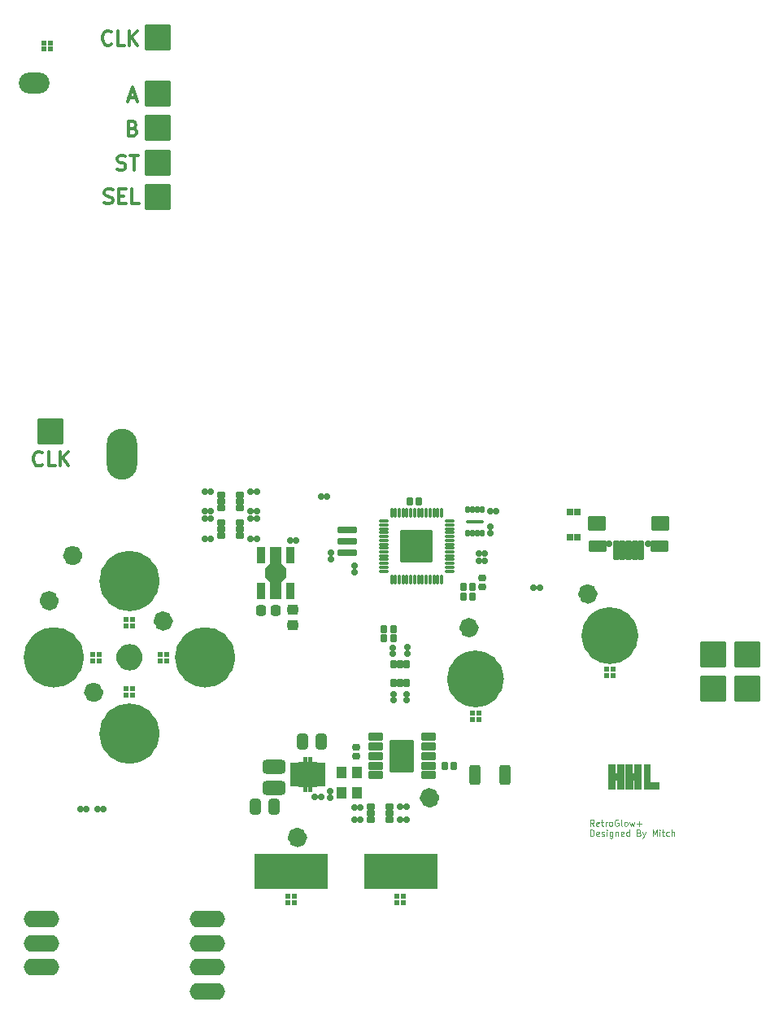
<source format=gbr>
%TF.GenerationSoftware,KiCad,Pcbnew,7.0.6*%
%TF.CreationDate,2024-03-31T21:54:29-07:00*%
%TF.ProjectId,retroglowplus_gbc,72657472-6f67-46c6-9f77-706c75735f67,rev?*%
%TF.SameCoordinates,Original*%
%TF.FileFunction,Soldermask,Top*%
%TF.FilePolarity,Negative*%
%FSLAX46Y46*%
G04 Gerber Fmt 4.6, Leading zero omitted, Abs format (unit mm)*
G04 Created by KiCad (PCBNEW 7.0.6) date 2024-03-31 21:54:29*
%MOMM*%
%LPD*%
G01*
G04 APERTURE LIST*
G04 Aperture macros list*
%AMRoundRect*
0 Rectangle with rounded corners*
0 $1 Rounding radius*
0 $2 $3 $4 $5 $6 $7 $8 $9 X,Y pos of 4 corners*
0 Add a 4 corners polygon primitive as box body*
4,1,4,$2,$3,$4,$5,$6,$7,$8,$9,$2,$3,0*
0 Add four circle primitives for the rounded corners*
1,1,$1+$1,$2,$3*
1,1,$1+$1,$4,$5*
1,1,$1+$1,$6,$7*
1,1,$1+$1,$8,$9*
0 Add four rect primitives between the rounded corners*
20,1,$1+$1,$2,$3,$4,$5,0*
20,1,$1+$1,$4,$5,$6,$7,0*
20,1,$1+$1,$6,$7,$8,$9,0*
20,1,$1+$1,$8,$9,$2,$3,0*%
%AMFreePoly0*
4,1,33,0.458779,1.080902,0.470711,1.070711,0.941422,0.600000,2.600000,0.600000,2.658779,0.580902,2.695106,0.530902,2.700000,0.500000,2.700000,-0.500000,2.680902,-0.558779,2.630902,-0.595106,2.600000,-0.600000,0.941422,-0.600000,0.470711,-1.070711,0.415643,-1.098769,0.400000,-1.100000,-0.400000,-1.100000,-0.458779,-1.080902,-0.470711,-1.070711,-0.941422,-0.600000,-2.600000,-0.600000,
-2.658779,-0.580902,-2.695106,-0.530902,-2.700000,-0.500000,-2.700000,0.500000,-2.680902,0.558779,-2.630902,0.595106,-2.600000,0.600000,-0.941422,0.600000,-0.470711,1.070711,-0.415643,1.098769,-0.400000,1.100000,0.400000,1.100000,0.458779,1.080902,0.458779,1.080902,$1*%
G04 Aperture macros list end*
%ADD10C,1.022946*%
%ADD11C,0.200000*%
%ADD12C,0.300000*%
%ADD13C,0.100000*%
%ADD14C,3.150000*%
%ADD15C,0.025000*%
%ADD16C,0.010000*%
%ADD17C,2.956253*%
%ADD18RoundRect,0.350000X0.850000X-0.375000X0.850000X0.375000X-0.850000X0.375000X-0.850000X-0.375000X0*%
%ADD19RoundRect,0.200000X0.130000X0.100000X-0.130000X0.100000X-0.130000X-0.100000X0.130000X-0.100000X0*%
%ADD20RoundRect,0.200000X-0.130000X-0.100000X0.130000X-0.100000X0.130000X0.100000X-0.130000X0.100000X0*%
%ADD21RoundRect,0.100000X-0.185000X-0.185000X0.185000X-0.185000X0.185000X0.185000X-0.185000X0.185000X0*%
%ADD22RoundRect,0.100000X-1.250000X1.250000X-1.250000X-1.250000X1.250000X-1.250000X1.250000X1.250000X0*%
%ADD23RoundRect,0.150000X-0.050000X0.387500X-0.050000X-0.387500X0.050000X-0.387500X0.050000X0.387500X0*%
%ADD24RoundRect,0.150000X-0.387500X0.050000X-0.387500X-0.050000X0.387500X-0.050000X0.387500X0.050000X0*%
%ADD25RoundRect,0.100000X-1.600000X1.600000X-1.600000X-1.600000X1.600000X-1.600000X1.600000X1.600000X0*%
%ADD26RoundRect,0.100000X-1.250000X-1.250000X1.250000X-1.250000X1.250000X1.250000X-1.250000X1.250000X0*%
%ADD27RoundRect,0.200000X-0.100000X0.130000X-0.100000X-0.130000X0.100000X-0.130000X0.100000X0.130000X0*%
%ADD28RoundRect,0.100000X0.450000X-0.500000X0.450000X0.500000X-0.450000X0.500000X-0.450000X-0.500000X0*%
%ADD29RoundRect,0.100000X-0.250000X-0.275000X0.250000X-0.275000X0.250000X0.275000X-0.250000X0.275000X0*%
%ADD30RoundRect,0.100000X0.250000X0.275000X-0.250000X0.275000X-0.250000X-0.275000X0.250000X-0.275000X0*%
%ADD31RoundRect,0.240000X-0.140000X-0.170000X0.140000X-0.170000X0.140000X0.170000X-0.140000X0.170000X0*%
%ADD32RoundRect,0.100000X-0.200000X0.325000X-0.200000X-0.325000X0.200000X-0.325000X0.200000X0.325000X0*%
%ADD33RoundRect,0.325000X0.225000X0.250000X-0.225000X0.250000X-0.225000X-0.250000X0.225000X-0.250000X0*%
%ADD34RoundRect,0.100000X-0.350000X0.750000X-0.350000X-0.750000X0.350000X-0.750000X0.350000X0.750000X0*%
%ADD35FreePoly0,270.000000*%
%ADD36RoundRect,0.240000X0.140000X0.170000X-0.140000X0.170000X-0.140000X-0.170000X0.140000X-0.170000X0*%
%ADD37RoundRect,0.325000X-0.250000X0.225000X-0.250000X-0.225000X0.250000X-0.225000X0.250000X0.225000X0*%
%ADD38RoundRect,0.350000X0.250000X0.475000X-0.250000X0.475000X-0.250000X-0.475000X0.250000X-0.475000X0*%
%ADD39O,3.200000X5.300000*%
%ADD40O,3.700000X1.750000*%
%ADD41RoundRect,0.350000X-0.250000X-0.475000X0.250000X-0.475000X0.250000X0.475000X-0.250000X0.475000X0*%
%ADD42RoundRect,0.240000X0.170000X-0.140000X0.170000X0.140000X-0.170000X0.140000X-0.170000X-0.140000X0*%
%ADD43RoundRect,0.100000X0.325000X0.200000X-0.325000X0.200000X-0.325000X-0.200000X0.325000X-0.200000X0*%
%ADD44RoundRect,0.100000X-0.950000X0.200000X-0.950000X-0.200000X0.950000X-0.200000X0.950000X0.200000X0*%
%ADD45RoundRect,0.100000X-0.150000X0.200000X-0.150000X-0.200000X0.150000X-0.200000X0.150000X0.200000X0*%
%ADD46RoundRect,0.100000X-0.800000X0.100000X-0.800000X-0.100000X0.800000X-0.100000X0.800000X0.100000X0*%
%ADD47RoundRect,0.350000X-0.275000X-0.700000X0.275000X-0.700000X0.275000X0.700000X-0.275000X0.700000X0*%
%ADD48RoundRect,0.240000X-0.170000X0.140000X-0.170000X-0.140000X0.170000X-0.140000X0.170000X0.140000X0*%
%ADD49RoundRect,0.200000X0.100000X-0.130000X0.100000X0.130000X-0.100000X0.130000X-0.100000X-0.130000X0*%
%ADD50O,3.200000X2.200000*%
%ADD51C,0.700000*%
%ADD52RoundRect,0.102000X0.200000X0.925000X-0.200000X0.925000X-0.200000X-0.925000X0.200000X-0.925000X0*%
%ADD53RoundRect,0.102000X0.812500X0.450000X-0.812500X0.450000X-0.812500X-0.450000X0.812500X-0.450000X0*%
%ADD54RoundRect,0.102000X0.845000X0.650000X-0.845000X0.650000X-0.845000X-0.650000X0.845000X-0.650000X0*%
%ADD55RoundRect,0.100000X-0.650000X-0.300000X0.650000X-0.300000X0.650000X0.300000X-0.650000X0.300000X0*%
%ADD56RoundRect,0.100000X-1.150000X-1.600000X1.150000X-1.600000X1.150000X1.600000X-1.150000X1.600000X0*%
G04 APERTURE END LIST*
D10*
X210150421Y-121419369D02*
G75*
G03*
X210150421Y-121419369I-511473J0D01*
G01*
X222020509Y-123525544D02*
G75*
G03*
X222020509Y-123525544I-511473J0D01*
G01*
X235993544Y-146041107D02*
G75*
G03*
X235993544Y-146041107I-511473J0D01*
G01*
X266238261Y-120708386D02*
G75*
G03*
X266238261Y-120708386I-511473J0D01*
G01*
X253866029Y-124224638D02*
G75*
G03*
X253866029Y-124224638I-511473J0D01*
G01*
D11*
X218220008Y-126042850D02*
X218435672Y-126100637D01*
X218638025Y-126194996D01*
X218820918Y-126323059D01*
X218978795Y-126480936D01*
X219106858Y-126663830D01*
X219201217Y-126866182D01*
X219259004Y-127081846D01*
X219278463Y-127304268D01*
X219259004Y-127526690D01*
X219201217Y-127742354D01*
X219106858Y-127944707D01*
X218978795Y-128127600D01*
X218820918Y-128285477D01*
X218638025Y-128413540D01*
X218435672Y-128507899D01*
X218220008Y-128565686D01*
X217997586Y-128585145D01*
X217775164Y-128565686D01*
X217559500Y-128507899D01*
X217357147Y-128413540D01*
X217174254Y-128285477D01*
X217016377Y-128127600D01*
X216888314Y-127944707D01*
X216793955Y-127742354D01*
X216736168Y-127526690D01*
X216716709Y-127304268D01*
X216736168Y-127081846D01*
X216793955Y-126866182D01*
X216888314Y-126663830D01*
X217016377Y-126480936D01*
X217174254Y-126323059D01*
X217357148Y-126194996D01*
X217559500Y-126100637D01*
X217775164Y-126042850D01*
X217997586Y-126023391D01*
X218220008Y-126042850D01*
G36*
X218220008Y-126042850D02*
G01*
X218435672Y-126100637D01*
X218638025Y-126194996D01*
X218820918Y-126323059D01*
X218978795Y-126480936D01*
X219106858Y-126663830D01*
X219201217Y-126866182D01*
X219259004Y-127081846D01*
X219278463Y-127304268D01*
X219259004Y-127526690D01*
X219201217Y-127742354D01*
X219106858Y-127944707D01*
X218978795Y-128127600D01*
X218820918Y-128285477D01*
X218638025Y-128413540D01*
X218435672Y-128507899D01*
X218220008Y-128565686D01*
X217997586Y-128585145D01*
X217775164Y-128565686D01*
X217559500Y-128507899D01*
X217357147Y-128413540D01*
X217174254Y-128285477D01*
X217016377Y-128127600D01*
X216888314Y-127944707D01*
X216793955Y-127742354D01*
X216736168Y-127526690D01*
X216716709Y-127304268D01*
X216736168Y-127081846D01*
X216793955Y-126866182D01*
X216888314Y-126663830D01*
X217016377Y-126480936D01*
X217174254Y-126323059D01*
X217357148Y-126194996D01*
X217559500Y-126100637D01*
X217775164Y-126042850D01*
X217997586Y-126023391D01*
X218220008Y-126042850D01*
G37*
D10*
X212593726Y-116715094D02*
G75*
G03*
X212593726Y-116715094I-511473J0D01*
G01*
X214778600Y-130942607D02*
G75*
G03*
X214778600Y-130942607I-511473J0D01*
G01*
X249749143Y-141912784D02*
G75*
G03*
X249749143Y-141912784I-511473J0D01*
G01*
D12*
X218402310Y-72294114D02*
X218616596Y-72365542D01*
X218616596Y-72365542D02*
X218688025Y-72436971D01*
X218688025Y-72436971D02*
X218759453Y-72579828D01*
X218759453Y-72579828D02*
X218759453Y-72794114D01*
X218759453Y-72794114D02*
X218688025Y-72936971D01*
X218688025Y-72936971D02*
X218616596Y-73008400D01*
X218616596Y-73008400D02*
X218473739Y-73079828D01*
X218473739Y-73079828D02*
X217902310Y-73079828D01*
X217902310Y-73079828D02*
X217902310Y-71579828D01*
X217902310Y-71579828D02*
X218402310Y-71579828D01*
X218402310Y-71579828D02*
X218545168Y-71651257D01*
X218545168Y-71651257D02*
X218616596Y-71722685D01*
X218616596Y-71722685D02*
X218688025Y-71865542D01*
X218688025Y-71865542D02*
X218688025Y-72008400D01*
X218688025Y-72008400D02*
X218616596Y-72151257D01*
X218616596Y-72151257D02*
X218545168Y-72222685D01*
X218545168Y-72222685D02*
X218402310Y-72294114D01*
X218402310Y-72294114D02*
X217902310Y-72294114D01*
X217932482Y-69069857D02*
X218646768Y-69069857D01*
X217789625Y-69498428D02*
X218289625Y-67998428D01*
X218289625Y-67998428D02*
X218789625Y-69498428D01*
X215392482Y-80044200D02*
X215606768Y-80115628D01*
X215606768Y-80115628D02*
X215963910Y-80115628D01*
X215963910Y-80115628D02*
X216106768Y-80044200D01*
X216106768Y-80044200D02*
X216178196Y-79972771D01*
X216178196Y-79972771D02*
X216249625Y-79829914D01*
X216249625Y-79829914D02*
X216249625Y-79687057D01*
X216249625Y-79687057D02*
X216178196Y-79544200D01*
X216178196Y-79544200D02*
X216106768Y-79472771D01*
X216106768Y-79472771D02*
X215963910Y-79401342D01*
X215963910Y-79401342D02*
X215678196Y-79329914D01*
X215678196Y-79329914D02*
X215535339Y-79258485D01*
X215535339Y-79258485D02*
X215463910Y-79187057D01*
X215463910Y-79187057D02*
X215392482Y-79044200D01*
X215392482Y-79044200D02*
X215392482Y-78901342D01*
X215392482Y-78901342D02*
X215463910Y-78758485D01*
X215463910Y-78758485D02*
X215535339Y-78687057D01*
X215535339Y-78687057D02*
X215678196Y-78615628D01*
X215678196Y-78615628D02*
X216035339Y-78615628D01*
X216035339Y-78615628D02*
X216249625Y-78687057D01*
X216892481Y-79329914D02*
X217392481Y-79329914D01*
X217606767Y-80115628D02*
X216892481Y-80115628D01*
X216892481Y-80115628D02*
X216892481Y-78615628D01*
X216892481Y-78615628D02*
X217606767Y-78615628D01*
X218963910Y-80115628D02*
X218249624Y-80115628D01*
X218249624Y-80115628D02*
X218249624Y-78615628D01*
D13*
X266352179Y-144842552D02*
X266135512Y-144533028D01*
X265980750Y-144842552D02*
X265980750Y-144192552D01*
X265980750Y-144192552D02*
X266228369Y-144192552D01*
X266228369Y-144192552D02*
X266290274Y-144223504D01*
X266290274Y-144223504D02*
X266321227Y-144254457D01*
X266321227Y-144254457D02*
X266352179Y-144316361D01*
X266352179Y-144316361D02*
X266352179Y-144409219D01*
X266352179Y-144409219D02*
X266321227Y-144471123D01*
X266321227Y-144471123D02*
X266290274Y-144502076D01*
X266290274Y-144502076D02*
X266228369Y-144533028D01*
X266228369Y-144533028D02*
X265980750Y-144533028D01*
X266878369Y-144811600D02*
X266816465Y-144842552D01*
X266816465Y-144842552D02*
X266692655Y-144842552D01*
X266692655Y-144842552D02*
X266630750Y-144811600D01*
X266630750Y-144811600D02*
X266599798Y-144749695D01*
X266599798Y-144749695D02*
X266599798Y-144502076D01*
X266599798Y-144502076D02*
X266630750Y-144440171D01*
X266630750Y-144440171D02*
X266692655Y-144409219D01*
X266692655Y-144409219D02*
X266816465Y-144409219D01*
X266816465Y-144409219D02*
X266878369Y-144440171D01*
X266878369Y-144440171D02*
X266909322Y-144502076D01*
X266909322Y-144502076D02*
X266909322Y-144563980D01*
X266909322Y-144563980D02*
X266599798Y-144625885D01*
X267095036Y-144409219D02*
X267342655Y-144409219D01*
X267187893Y-144192552D02*
X267187893Y-144749695D01*
X267187893Y-144749695D02*
X267218846Y-144811600D01*
X267218846Y-144811600D02*
X267280751Y-144842552D01*
X267280751Y-144842552D02*
X267342655Y-144842552D01*
X267559322Y-144842552D02*
X267559322Y-144409219D01*
X267559322Y-144533028D02*
X267590275Y-144471123D01*
X267590275Y-144471123D02*
X267621227Y-144440171D01*
X267621227Y-144440171D02*
X267683132Y-144409219D01*
X267683132Y-144409219D02*
X267745037Y-144409219D01*
X268054561Y-144842552D02*
X267992656Y-144811600D01*
X267992656Y-144811600D02*
X267961703Y-144780647D01*
X267961703Y-144780647D02*
X267930751Y-144718742D01*
X267930751Y-144718742D02*
X267930751Y-144533028D01*
X267930751Y-144533028D02*
X267961703Y-144471123D01*
X267961703Y-144471123D02*
X267992656Y-144440171D01*
X267992656Y-144440171D02*
X268054561Y-144409219D01*
X268054561Y-144409219D02*
X268147418Y-144409219D01*
X268147418Y-144409219D02*
X268209322Y-144440171D01*
X268209322Y-144440171D02*
X268240275Y-144471123D01*
X268240275Y-144471123D02*
X268271227Y-144533028D01*
X268271227Y-144533028D02*
X268271227Y-144718742D01*
X268271227Y-144718742D02*
X268240275Y-144780647D01*
X268240275Y-144780647D02*
X268209322Y-144811600D01*
X268209322Y-144811600D02*
X268147418Y-144842552D01*
X268147418Y-144842552D02*
X268054561Y-144842552D01*
X268890275Y-144223504D02*
X268828370Y-144192552D01*
X268828370Y-144192552D02*
X268735513Y-144192552D01*
X268735513Y-144192552D02*
X268642656Y-144223504D01*
X268642656Y-144223504D02*
X268580751Y-144285409D01*
X268580751Y-144285409D02*
X268549798Y-144347314D01*
X268549798Y-144347314D02*
X268518846Y-144471123D01*
X268518846Y-144471123D02*
X268518846Y-144563980D01*
X268518846Y-144563980D02*
X268549798Y-144687790D01*
X268549798Y-144687790D02*
X268580751Y-144749695D01*
X268580751Y-144749695D02*
X268642656Y-144811600D01*
X268642656Y-144811600D02*
X268735513Y-144842552D01*
X268735513Y-144842552D02*
X268797417Y-144842552D01*
X268797417Y-144842552D02*
X268890275Y-144811600D01*
X268890275Y-144811600D02*
X268921227Y-144780647D01*
X268921227Y-144780647D02*
X268921227Y-144563980D01*
X268921227Y-144563980D02*
X268797417Y-144563980D01*
X269292656Y-144842552D02*
X269230751Y-144811600D01*
X269230751Y-144811600D02*
X269199798Y-144749695D01*
X269199798Y-144749695D02*
X269199798Y-144192552D01*
X269633132Y-144842552D02*
X269571227Y-144811600D01*
X269571227Y-144811600D02*
X269540274Y-144780647D01*
X269540274Y-144780647D02*
X269509322Y-144718742D01*
X269509322Y-144718742D02*
X269509322Y-144533028D01*
X269509322Y-144533028D02*
X269540274Y-144471123D01*
X269540274Y-144471123D02*
X269571227Y-144440171D01*
X269571227Y-144440171D02*
X269633132Y-144409219D01*
X269633132Y-144409219D02*
X269725989Y-144409219D01*
X269725989Y-144409219D02*
X269787893Y-144440171D01*
X269787893Y-144440171D02*
X269818846Y-144471123D01*
X269818846Y-144471123D02*
X269849798Y-144533028D01*
X269849798Y-144533028D02*
X269849798Y-144718742D01*
X269849798Y-144718742D02*
X269818846Y-144780647D01*
X269818846Y-144780647D02*
X269787893Y-144811600D01*
X269787893Y-144811600D02*
X269725989Y-144842552D01*
X269725989Y-144842552D02*
X269633132Y-144842552D01*
X270066465Y-144409219D02*
X270190274Y-144842552D01*
X270190274Y-144842552D02*
X270314084Y-144533028D01*
X270314084Y-144533028D02*
X270437893Y-144842552D01*
X270437893Y-144842552D02*
X270561703Y-144409219D01*
X270809321Y-144594933D02*
X271304560Y-144594933D01*
X271056940Y-144842552D02*
X271056940Y-144347314D01*
X265980750Y-145889052D02*
X265980750Y-145239052D01*
X265980750Y-145239052D02*
X266135512Y-145239052D01*
X266135512Y-145239052D02*
X266228369Y-145270004D01*
X266228369Y-145270004D02*
X266290274Y-145331909D01*
X266290274Y-145331909D02*
X266321227Y-145393814D01*
X266321227Y-145393814D02*
X266352179Y-145517623D01*
X266352179Y-145517623D02*
X266352179Y-145610480D01*
X266352179Y-145610480D02*
X266321227Y-145734290D01*
X266321227Y-145734290D02*
X266290274Y-145796195D01*
X266290274Y-145796195D02*
X266228369Y-145858100D01*
X266228369Y-145858100D02*
X266135512Y-145889052D01*
X266135512Y-145889052D02*
X265980750Y-145889052D01*
X266878369Y-145858100D02*
X266816465Y-145889052D01*
X266816465Y-145889052D02*
X266692655Y-145889052D01*
X266692655Y-145889052D02*
X266630750Y-145858100D01*
X266630750Y-145858100D02*
X266599798Y-145796195D01*
X266599798Y-145796195D02*
X266599798Y-145548576D01*
X266599798Y-145548576D02*
X266630750Y-145486671D01*
X266630750Y-145486671D02*
X266692655Y-145455719D01*
X266692655Y-145455719D02*
X266816465Y-145455719D01*
X266816465Y-145455719D02*
X266878369Y-145486671D01*
X266878369Y-145486671D02*
X266909322Y-145548576D01*
X266909322Y-145548576D02*
X266909322Y-145610480D01*
X266909322Y-145610480D02*
X266599798Y-145672385D01*
X267156941Y-145858100D02*
X267218846Y-145889052D01*
X267218846Y-145889052D02*
X267342655Y-145889052D01*
X267342655Y-145889052D02*
X267404560Y-145858100D01*
X267404560Y-145858100D02*
X267435512Y-145796195D01*
X267435512Y-145796195D02*
X267435512Y-145765242D01*
X267435512Y-145765242D02*
X267404560Y-145703338D01*
X267404560Y-145703338D02*
X267342655Y-145672385D01*
X267342655Y-145672385D02*
X267249798Y-145672385D01*
X267249798Y-145672385D02*
X267187893Y-145641433D01*
X267187893Y-145641433D02*
X267156941Y-145579528D01*
X267156941Y-145579528D02*
X267156941Y-145548576D01*
X267156941Y-145548576D02*
X267187893Y-145486671D01*
X267187893Y-145486671D02*
X267249798Y-145455719D01*
X267249798Y-145455719D02*
X267342655Y-145455719D01*
X267342655Y-145455719D02*
X267404560Y-145486671D01*
X267714083Y-145889052D02*
X267714083Y-145455719D01*
X267714083Y-145239052D02*
X267683131Y-145270004D01*
X267683131Y-145270004D02*
X267714083Y-145300957D01*
X267714083Y-145300957D02*
X267745036Y-145270004D01*
X267745036Y-145270004D02*
X267714083Y-145239052D01*
X267714083Y-145239052D02*
X267714083Y-145300957D01*
X268302179Y-145455719D02*
X268302179Y-145981909D01*
X268302179Y-145981909D02*
X268271226Y-146043814D01*
X268271226Y-146043814D02*
X268240274Y-146074766D01*
X268240274Y-146074766D02*
X268178369Y-146105719D01*
X268178369Y-146105719D02*
X268085512Y-146105719D01*
X268085512Y-146105719D02*
X268023607Y-146074766D01*
X268302179Y-145858100D02*
X268240274Y-145889052D01*
X268240274Y-145889052D02*
X268116465Y-145889052D01*
X268116465Y-145889052D02*
X268054560Y-145858100D01*
X268054560Y-145858100D02*
X268023607Y-145827147D01*
X268023607Y-145827147D02*
X267992655Y-145765242D01*
X267992655Y-145765242D02*
X267992655Y-145579528D01*
X267992655Y-145579528D02*
X268023607Y-145517623D01*
X268023607Y-145517623D02*
X268054560Y-145486671D01*
X268054560Y-145486671D02*
X268116465Y-145455719D01*
X268116465Y-145455719D02*
X268240274Y-145455719D01*
X268240274Y-145455719D02*
X268302179Y-145486671D01*
X268611702Y-145455719D02*
X268611702Y-145889052D01*
X268611702Y-145517623D02*
X268642655Y-145486671D01*
X268642655Y-145486671D02*
X268704560Y-145455719D01*
X268704560Y-145455719D02*
X268797417Y-145455719D01*
X268797417Y-145455719D02*
X268859321Y-145486671D01*
X268859321Y-145486671D02*
X268890274Y-145548576D01*
X268890274Y-145548576D02*
X268890274Y-145889052D01*
X269447416Y-145858100D02*
X269385512Y-145889052D01*
X269385512Y-145889052D02*
X269261702Y-145889052D01*
X269261702Y-145889052D02*
X269199797Y-145858100D01*
X269199797Y-145858100D02*
X269168845Y-145796195D01*
X269168845Y-145796195D02*
X269168845Y-145548576D01*
X269168845Y-145548576D02*
X269199797Y-145486671D01*
X269199797Y-145486671D02*
X269261702Y-145455719D01*
X269261702Y-145455719D02*
X269385512Y-145455719D01*
X269385512Y-145455719D02*
X269447416Y-145486671D01*
X269447416Y-145486671D02*
X269478369Y-145548576D01*
X269478369Y-145548576D02*
X269478369Y-145610480D01*
X269478369Y-145610480D02*
X269168845Y-145672385D01*
X270035512Y-145889052D02*
X270035512Y-145239052D01*
X270035512Y-145858100D02*
X269973607Y-145889052D01*
X269973607Y-145889052D02*
X269849798Y-145889052D01*
X269849798Y-145889052D02*
X269787893Y-145858100D01*
X269787893Y-145858100D02*
X269756940Y-145827147D01*
X269756940Y-145827147D02*
X269725988Y-145765242D01*
X269725988Y-145765242D02*
X269725988Y-145579528D01*
X269725988Y-145579528D02*
X269756940Y-145517623D01*
X269756940Y-145517623D02*
X269787893Y-145486671D01*
X269787893Y-145486671D02*
X269849798Y-145455719D01*
X269849798Y-145455719D02*
X269973607Y-145455719D01*
X269973607Y-145455719D02*
X270035512Y-145486671D01*
X271056940Y-145548576D02*
X271149797Y-145579528D01*
X271149797Y-145579528D02*
X271180750Y-145610480D01*
X271180750Y-145610480D02*
X271211702Y-145672385D01*
X271211702Y-145672385D02*
X271211702Y-145765242D01*
X271211702Y-145765242D02*
X271180750Y-145827147D01*
X271180750Y-145827147D02*
X271149797Y-145858100D01*
X271149797Y-145858100D02*
X271087892Y-145889052D01*
X271087892Y-145889052D02*
X270840273Y-145889052D01*
X270840273Y-145889052D02*
X270840273Y-145239052D01*
X270840273Y-145239052D02*
X271056940Y-145239052D01*
X271056940Y-145239052D02*
X271118845Y-145270004D01*
X271118845Y-145270004D02*
X271149797Y-145300957D01*
X271149797Y-145300957D02*
X271180750Y-145362861D01*
X271180750Y-145362861D02*
X271180750Y-145424766D01*
X271180750Y-145424766D02*
X271149797Y-145486671D01*
X271149797Y-145486671D02*
X271118845Y-145517623D01*
X271118845Y-145517623D02*
X271056940Y-145548576D01*
X271056940Y-145548576D02*
X270840273Y-145548576D01*
X271428369Y-145455719D02*
X271583131Y-145889052D01*
X271737892Y-145455719D02*
X271583131Y-145889052D01*
X271583131Y-145889052D02*
X271521226Y-146043814D01*
X271521226Y-146043814D02*
X271490273Y-146074766D01*
X271490273Y-146074766D02*
X271428369Y-146105719D01*
X272480749Y-145889052D02*
X272480749Y-145239052D01*
X272480749Y-145239052D02*
X272697416Y-145703338D01*
X272697416Y-145703338D02*
X272914083Y-145239052D01*
X272914083Y-145239052D02*
X272914083Y-145889052D01*
X273223606Y-145889052D02*
X273223606Y-145455719D01*
X273223606Y-145239052D02*
X273192654Y-145270004D01*
X273192654Y-145270004D02*
X273223606Y-145300957D01*
X273223606Y-145300957D02*
X273254559Y-145270004D01*
X273254559Y-145270004D02*
X273223606Y-145239052D01*
X273223606Y-145239052D02*
X273223606Y-145300957D01*
X273440273Y-145455719D02*
X273687892Y-145455719D01*
X273533130Y-145239052D02*
X273533130Y-145796195D01*
X273533130Y-145796195D02*
X273564083Y-145858100D01*
X273564083Y-145858100D02*
X273625988Y-145889052D01*
X273625988Y-145889052D02*
X273687892Y-145889052D01*
X274183131Y-145858100D02*
X274121226Y-145889052D01*
X274121226Y-145889052D02*
X273997417Y-145889052D01*
X273997417Y-145889052D02*
X273935512Y-145858100D01*
X273935512Y-145858100D02*
X273904559Y-145827147D01*
X273904559Y-145827147D02*
X273873607Y-145765242D01*
X273873607Y-145765242D02*
X273873607Y-145579528D01*
X273873607Y-145579528D02*
X273904559Y-145517623D01*
X273904559Y-145517623D02*
X273935512Y-145486671D01*
X273935512Y-145486671D02*
X273997417Y-145455719D01*
X273997417Y-145455719D02*
X274121226Y-145455719D01*
X274121226Y-145455719D02*
X274183131Y-145486671D01*
X274461702Y-145889052D02*
X274461702Y-145239052D01*
X274740274Y-145889052D02*
X274740274Y-145548576D01*
X274740274Y-145548576D02*
X274709321Y-145486671D01*
X274709321Y-145486671D02*
X274647417Y-145455719D01*
X274647417Y-145455719D02*
X274554560Y-145455719D01*
X274554560Y-145455719D02*
X274492655Y-145486671D01*
X274492655Y-145486671D02*
X274461702Y-145517623D01*
D12*
X208929653Y-107252371D02*
X208858225Y-107323800D01*
X208858225Y-107323800D02*
X208643939Y-107395228D01*
X208643939Y-107395228D02*
X208501082Y-107395228D01*
X208501082Y-107395228D02*
X208286796Y-107323800D01*
X208286796Y-107323800D02*
X208143939Y-107180942D01*
X208143939Y-107180942D02*
X208072510Y-107038085D01*
X208072510Y-107038085D02*
X208001082Y-106752371D01*
X208001082Y-106752371D02*
X208001082Y-106538085D01*
X208001082Y-106538085D02*
X208072510Y-106252371D01*
X208072510Y-106252371D02*
X208143939Y-106109514D01*
X208143939Y-106109514D02*
X208286796Y-105966657D01*
X208286796Y-105966657D02*
X208501082Y-105895228D01*
X208501082Y-105895228D02*
X208643939Y-105895228D01*
X208643939Y-105895228D02*
X208858225Y-105966657D01*
X208858225Y-105966657D02*
X208929653Y-106038085D01*
X210286796Y-107395228D02*
X209572510Y-107395228D01*
X209572510Y-107395228D02*
X209572510Y-105895228D01*
X210786796Y-107395228D02*
X210786796Y-105895228D01*
X211643939Y-107395228D02*
X211001082Y-106538085D01*
X211643939Y-105895228D02*
X210786796Y-106752371D01*
X216117853Y-63488171D02*
X216046425Y-63559600D01*
X216046425Y-63559600D02*
X215832139Y-63631028D01*
X215832139Y-63631028D02*
X215689282Y-63631028D01*
X215689282Y-63631028D02*
X215474996Y-63559600D01*
X215474996Y-63559600D02*
X215332139Y-63416742D01*
X215332139Y-63416742D02*
X215260710Y-63273885D01*
X215260710Y-63273885D02*
X215189282Y-62988171D01*
X215189282Y-62988171D02*
X215189282Y-62773885D01*
X215189282Y-62773885D02*
X215260710Y-62488171D01*
X215260710Y-62488171D02*
X215332139Y-62345314D01*
X215332139Y-62345314D02*
X215474996Y-62202457D01*
X215474996Y-62202457D02*
X215689282Y-62131028D01*
X215689282Y-62131028D02*
X215832139Y-62131028D01*
X215832139Y-62131028D02*
X216046425Y-62202457D01*
X216046425Y-62202457D02*
X216117853Y-62273885D01*
X217474996Y-63631028D02*
X216760710Y-63631028D01*
X216760710Y-63631028D02*
X216760710Y-62131028D01*
X217974996Y-63631028D02*
X217974996Y-62131028D01*
X218832139Y-63631028D02*
X218189282Y-62773885D01*
X218832139Y-62131028D02*
X217974996Y-62988171D01*
X216738682Y-76539000D02*
X216952968Y-76610428D01*
X216952968Y-76610428D02*
X217310110Y-76610428D01*
X217310110Y-76610428D02*
X217452968Y-76539000D01*
X217452968Y-76539000D02*
X217524396Y-76467571D01*
X217524396Y-76467571D02*
X217595825Y-76324714D01*
X217595825Y-76324714D02*
X217595825Y-76181857D01*
X217595825Y-76181857D02*
X217524396Y-76039000D01*
X217524396Y-76039000D02*
X217452968Y-75967571D01*
X217452968Y-75967571D02*
X217310110Y-75896142D01*
X217310110Y-75896142D02*
X217024396Y-75824714D01*
X217024396Y-75824714D02*
X216881539Y-75753285D01*
X216881539Y-75753285D02*
X216810110Y-75681857D01*
X216810110Y-75681857D02*
X216738682Y-75539000D01*
X216738682Y-75539000D02*
X216738682Y-75396142D01*
X216738682Y-75396142D02*
X216810110Y-75253285D01*
X216810110Y-75253285D02*
X216881539Y-75181857D01*
X216881539Y-75181857D02*
X217024396Y-75110428D01*
X217024396Y-75110428D02*
X217381539Y-75110428D01*
X217381539Y-75110428D02*
X217595825Y-75181857D01*
X218024396Y-75110428D02*
X218881539Y-75110428D01*
X218452967Y-76610428D02*
X218452967Y-75110428D01*
%TO.C,SWDL1*%
D14*
X211697495Y-127303994D02*
G75*
G03*
X211697495Y-127303994I-1575000J0D01*
G01*
%TO.C,SWDU1*%
X219572495Y-119366494D02*
G75*
G03*
X219572495Y-119366494I-1575000J0D01*
G01*
%TO.C,SWDR1*%
X227447495Y-127303994D02*
G75*
G03*
X227447495Y-127303994I-1575000J0D01*
G01*
%TO.C,SWDD1*%
X219572495Y-135241494D02*
G75*
G03*
X219572495Y-135241494I-1575000J0D01*
G01*
%TO.C,REF\u002A\u002A*%
D15*
X272186400Y-140332898D02*
X273140355Y-140332898D01*
X273140355Y-141002267D01*
X271553741Y-141002267D01*
X271553741Y-138449095D01*
X272186400Y-138449095D01*
X272186400Y-140332898D01*
G36*
X272186400Y-140332898D02*
G01*
X273140355Y-140332898D01*
X273140355Y-141002267D01*
X271553741Y-141002267D01*
X271553741Y-138449095D01*
X272186400Y-138449095D01*
X272186400Y-140332898D01*
G37*
X269420266Y-141002267D02*
X268739405Y-141002267D01*
X268739405Y-140034145D01*
X268499749Y-140034145D01*
X268499749Y-141002267D01*
X267814449Y-141002267D01*
X267814449Y-138449615D01*
X268497463Y-138449095D01*
X268497463Y-139371897D01*
X268739405Y-139371897D01*
X268739405Y-138449095D01*
X269420266Y-138449095D01*
X269420266Y-141002267D01*
G36*
X269420266Y-141002267D02*
G01*
X268739405Y-141002267D01*
X268739405Y-140034145D01*
X268499749Y-140034145D01*
X268499749Y-141002267D01*
X267814449Y-141002267D01*
X267814449Y-138449615D01*
X268497463Y-138449095D01*
X268497463Y-139371897D01*
X268739405Y-139371897D01*
X268739405Y-138449095D01*
X269420266Y-138449095D01*
X269420266Y-141002267D01*
G37*
X271270266Y-141002267D02*
X270589405Y-141002267D01*
X270589405Y-140034145D01*
X270349749Y-140034145D01*
X270349749Y-141002267D01*
X269664449Y-141002267D01*
X269664449Y-138449615D01*
X270347463Y-138449095D01*
X270347463Y-139371897D01*
X270589405Y-139371897D01*
X270589405Y-138449095D01*
X271270266Y-138449095D01*
X271270266Y-141002267D01*
G36*
X271270266Y-141002267D02*
G01*
X270589405Y-141002267D01*
X270589405Y-140034145D01*
X270349749Y-140034145D01*
X270349749Y-141002267D01*
X269664449Y-141002267D01*
X269664449Y-138449615D01*
X270347463Y-138449095D01*
X270347463Y-139371897D01*
X270589405Y-139371897D01*
X270589405Y-138449095D01*
X271270266Y-138449095D01*
X271270266Y-141002267D01*
G37*
%TO.C,U5*%
D16*
X235491800Y-138669400D02*
X234751800Y-138669400D01*
X234751800Y-138289400D01*
X235491800Y-138289400D01*
X235491800Y-138669400D01*
G36*
X235491800Y-138669400D02*
G01*
X234751800Y-138669400D01*
X234751800Y-138289400D01*
X235491800Y-138289400D01*
X235491800Y-138669400D01*
G37*
X235491800Y-139169400D02*
X234751800Y-139169400D01*
X234751800Y-138789400D01*
X235491800Y-138789400D01*
X235491800Y-139169400D01*
G36*
X235491800Y-139169400D02*
G01*
X234751800Y-139169400D01*
X234751800Y-138789400D01*
X235491800Y-138789400D01*
X235491800Y-139169400D01*
G37*
X235491800Y-139669400D02*
X234751800Y-139669400D01*
X234751800Y-139289400D01*
X235491800Y-139289400D01*
X235491800Y-139669400D01*
G36*
X235491800Y-139669400D02*
G01*
X234751800Y-139669400D01*
X234751800Y-139289400D01*
X235491800Y-139289400D01*
X235491800Y-139669400D01*
G37*
X235491800Y-140169400D02*
X234751800Y-140169400D01*
X234751800Y-139789400D01*
X235491800Y-139789400D01*
X235491800Y-140169400D01*
G36*
X235491800Y-140169400D02*
G01*
X234751800Y-140169400D01*
X234751800Y-139789400D01*
X235491800Y-139789400D01*
X235491800Y-140169400D01*
G37*
X235491800Y-140669400D02*
X234751800Y-140669400D01*
X234751800Y-140289400D01*
X235491800Y-140289400D01*
X235491800Y-140669400D01*
G36*
X235491800Y-140669400D02*
G01*
X234751800Y-140669400D01*
X234751800Y-140289400D01*
X235491800Y-140289400D01*
X235491800Y-140669400D01*
G37*
X238291800Y-138669400D02*
X237551800Y-138669400D01*
X237551800Y-138289400D01*
X238291800Y-138289400D01*
X238291800Y-138669400D01*
G36*
X238291800Y-138669400D02*
G01*
X237551800Y-138669400D01*
X237551800Y-138289400D01*
X238291800Y-138289400D01*
X238291800Y-138669400D01*
G37*
X238291800Y-139169400D02*
X237551800Y-139169400D01*
X237551800Y-138789400D01*
X238291800Y-138789400D01*
X238291800Y-139169400D01*
G36*
X238291800Y-139169400D02*
G01*
X237551800Y-139169400D01*
X237551800Y-138789400D01*
X238291800Y-138789400D01*
X238291800Y-139169400D01*
G37*
X238291800Y-139669400D02*
X237551800Y-139669400D01*
X237551800Y-139289400D01*
X238291800Y-139289400D01*
X238291800Y-139669400D01*
G36*
X238291800Y-139669400D02*
G01*
X237551800Y-139669400D01*
X237551800Y-139289400D01*
X238291800Y-139289400D01*
X238291800Y-139669400D01*
G37*
X238291800Y-140169400D02*
X237551800Y-140169400D01*
X237551800Y-139789400D01*
X238291800Y-139789400D01*
X238291800Y-140169400D01*
G36*
X238291800Y-140169400D02*
G01*
X237551800Y-140169400D01*
X237551800Y-139789400D01*
X238291800Y-139789400D01*
X238291800Y-140169400D01*
G37*
X238291800Y-140669400D02*
X237551800Y-140669400D01*
X237551800Y-140289400D01*
X238291800Y-140289400D01*
X238291800Y-140669400D01*
G36*
X238291800Y-140669400D02*
G01*
X237551800Y-140669400D01*
X237551800Y-140289400D01*
X238291800Y-140289400D01*
X238291800Y-140669400D01*
G37*
X236466800Y-138209400D02*
X236576800Y-138209400D01*
X236576800Y-137709400D01*
X236966800Y-137709400D01*
X236966800Y-138209400D01*
X237416800Y-138209400D01*
X237416800Y-140749400D01*
X236966800Y-140749400D01*
X236966800Y-141249400D01*
X236576800Y-141249400D01*
X236576800Y-140749400D01*
X236466800Y-140749400D01*
X236466800Y-141249400D01*
X236076800Y-141249400D01*
X236076800Y-140749400D01*
X235626800Y-140749400D01*
X235626800Y-138209400D01*
X236076800Y-138209400D01*
X236076800Y-137709400D01*
X236466800Y-137709400D01*
X236466800Y-138209400D01*
G36*
X236466800Y-138209400D02*
G01*
X236576800Y-138209400D01*
X236576800Y-137709400D01*
X236966800Y-137709400D01*
X236966800Y-138209400D01*
X237416800Y-138209400D01*
X237416800Y-140749400D01*
X236966800Y-140749400D01*
X236966800Y-141249400D01*
X236576800Y-141249400D01*
X236576800Y-140749400D01*
X236466800Y-140749400D01*
X236466800Y-141249400D01*
X236076800Y-141249400D01*
X236076800Y-140749400D01*
X235626800Y-140749400D01*
X235626800Y-138209400D01*
X236076800Y-138209400D01*
X236076800Y-137709400D01*
X236466800Y-137709400D01*
X236466800Y-138209400D01*
G37*
%TO.C,SWB1*%
D17*
X255503120Y-129549554D02*
G75*
G03*
X255503120Y-129549554I-1478126J0D01*
G01*
%TO.C,SWA1*%
X269495724Y-125046960D02*
G75*
G03*
X269495724Y-125046960I-1478126J0D01*
G01*
%TO.C,SWSEL1*%
D13*
X238593390Y-151314896D02*
X231024190Y-151314896D01*
X231024190Y-147708096D01*
X238593390Y-147708096D01*
X238593390Y-151314896D01*
G36*
X238593390Y-151314896D02*
G01*
X231024190Y-151314896D01*
X231024190Y-147708096D01*
X238593390Y-147708096D01*
X238593390Y-151314896D01*
G37*
%TO.C,SWSTART1*%
X249993390Y-151314896D02*
X242424190Y-151314896D01*
X242424190Y-147708096D01*
X249993390Y-147708096D01*
X249993390Y-151314896D01*
G36*
X249993390Y-151314896D02*
G01*
X242424190Y-151314896D01*
X242424190Y-147708096D01*
X249993390Y-147708096D01*
X249993390Y-151314896D01*
G37*
%TD*%
D18*
%TO.C,I1*%
X233019600Y-140876600D03*
X233019600Y-138726600D03*
%TD*%
D19*
%TO.C,R11*%
X231256800Y-112115600D03*
X230616800Y-112115600D03*
%TD*%
%TO.C,R15*%
X246835815Y-144183415D03*
X246195815Y-144183415D03*
%TD*%
D20*
%TO.C,R6*%
X234715280Y-115129803D03*
X235355280Y-115129803D03*
%TD*%
D21*
%TO.C,L2*%
X214137495Y-127638994D03*
X214807495Y-127638994D03*
X214807495Y-126968994D03*
X214137495Y-126968994D03*
%TD*%
D22*
%TO.C,TP10*%
X282346400Y-130581400D03*
%TD*%
D19*
%TO.C,R4*%
X256207407Y-112066293D03*
X255567407Y-112066293D03*
%TD*%
D23*
%TO.C,U2*%
X250491200Y-112297500D03*
X250091200Y-112297500D03*
X249691200Y-112297500D03*
X249291200Y-112297500D03*
X248891200Y-112297500D03*
X248491200Y-112297500D03*
X248091200Y-112297500D03*
X247691200Y-112297500D03*
X247291200Y-112297500D03*
X246891200Y-112297500D03*
X246491200Y-112297500D03*
X246091200Y-112297500D03*
X245691200Y-112297500D03*
X245291200Y-112297500D03*
D24*
X244453700Y-113135000D03*
X244453700Y-113535000D03*
X244453700Y-113935000D03*
X244453700Y-114335000D03*
X244453700Y-114735000D03*
X244453700Y-115135000D03*
X244453700Y-115535000D03*
X244453700Y-115935000D03*
X244453700Y-116335000D03*
X244453700Y-116735000D03*
X244453700Y-117135000D03*
X244453700Y-117535000D03*
X244453700Y-117935000D03*
X244453700Y-118335000D03*
D23*
X245291200Y-119172500D03*
X245691200Y-119172500D03*
X246091200Y-119172500D03*
X246491200Y-119172500D03*
X246891200Y-119172500D03*
X247291200Y-119172500D03*
X247691200Y-119172500D03*
X248091200Y-119172500D03*
X248491200Y-119172500D03*
X248891200Y-119172500D03*
X249291200Y-119172500D03*
X249691200Y-119172500D03*
X250091200Y-119172500D03*
X250491200Y-119172500D03*
D24*
X251328700Y-118335000D03*
X251328700Y-117935000D03*
X251328700Y-117535000D03*
X251328700Y-117135000D03*
X251328700Y-116735000D03*
X251328700Y-116335000D03*
X251328700Y-115935000D03*
X251328700Y-115535000D03*
X251328700Y-115135000D03*
X251328700Y-114735000D03*
X251328700Y-114335000D03*
X251328700Y-113935000D03*
X251328700Y-113535000D03*
X251328700Y-113135000D03*
D25*
X247891200Y-115735000D03*
%TD*%
D26*
%TO.C,TP7*%
X220954600Y-79425800D03*
%TD*%
D27*
%TO.C,R10*%
X245450600Y-126283800D03*
X245450600Y-126923800D03*
%TD*%
D28*
%TO.C,Y2*%
X241668600Y-141427200D03*
X241668600Y-139277200D03*
X240118600Y-139277200D03*
X240118600Y-141427200D03*
%TD*%
D19*
%TO.C,R14*%
X231256800Y-112903000D03*
X230616800Y-112903000D03*
%TD*%
D20*
%TO.C,R26*%
X214665600Y-143103600D03*
X215305600Y-143103600D03*
%TD*%
D29*
%TO.C,SW1*%
X263836200Y-114812200D03*
X264636200Y-114812200D03*
X263836200Y-112162200D03*
D30*
X264636200Y-112162200D03*
%TD*%
D26*
%TO.C,TP3*%
X209804000Y-103809800D03*
%TD*%
D31*
%TO.C,C3*%
X252758000Y-119989600D03*
X253718000Y-119989600D03*
%TD*%
D21*
%TO.C,L7*%
X234473790Y-152846496D03*
X235143790Y-152846496D03*
X235143790Y-152176496D03*
X234473790Y-152176496D03*
%TD*%
D19*
%TO.C,R13*%
X231256800Y-115011200D03*
X230616800Y-115011200D03*
%TD*%
D21*
%TO.C,L8*%
X217662495Y-131226494D03*
X218332495Y-131226494D03*
X218332495Y-130556494D03*
X217662495Y-130556494D03*
%TD*%
%TO.C,L3*%
X253689994Y-133734554D03*
X254359994Y-133734554D03*
X254359994Y-133064554D03*
X253689994Y-133064554D03*
%TD*%
D20*
%TO.C,R24*%
X241395215Y-142888015D03*
X242035215Y-142888015D03*
%TD*%
D27*
%TO.C,R5*%
X238953600Y-116439500D03*
X238953600Y-117079500D03*
%TD*%
D32*
%TO.C,Q1*%
X246837200Y-128041400D03*
X246187200Y-128041400D03*
X245537200Y-128041400D03*
X245537200Y-129941400D03*
X246187200Y-129941400D03*
X246837200Y-129941400D03*
%TD*%
D22*
%TO.C,TP12*%
X278765000Y-126974600D03*
%TD*%
D21*
%TO.C,L4*%
X217662495Y-124051494D03*
X218332495Y-124051494D03*
X218332495Y-123381494D03*
X217662495Y-123381494D03*
%TD*%
D19*
%TO.C,R3*%
X254996200Y-117292900D03*
X254356200Y-117292900D03*
%TD*%
D27*
%TO.C,R9*%
X246923800Y-126258400D03*
X246923800Y-126898400D03*
%TD*%
D33*
%TO.C,C11*%
X233244880Y-122394203D03*
X231694880Y-122394203D03*
%TD*%
D27*
%TO.C,C13*%
X238912400Y-141259600D03*
X238912400Y-141899600D03*
%TD*%
D34*
%TO.C,U4*%
X234707880Y-116704603D03*
D35*
X233207880Y-118554603D03*
D34*
X231707880Y-116704603D03*
X231707880Y-120404603D03*
X234707880Y-120404603D03*
%TD*%
D20*
%TO.C,R20*%
X225816200Y-110032800D03*
X226456200Y-110032800D03*
%TD*%
D36*
%TO.C,C4*%
X245463000Y-125349000D03*
X244503000Y-125349000D03*
%TD*%
D37*
%TO.C,C9*%
X234984480Y-122381203D03*
X234984480Y-123931203D03*
%TD*%
D21*
%TO.C,L6*%
X221187495Y-127638994D03*
X221857495Y-127638994D03*
X221857495Y-126968994D03*
X221187495Y-126968994D03*
%TD*%
D38*
%TO.C,C14*%
X237923800Y-136050400D03*
X236023800Y-136050400D03*
%TD*%
D21*
%TO.C,L1*%
X267682598Y-129231960D03*
X268352598Y-129231960D03*
X268352598Y-128561960D03*
X267682598Y-128561960D03*
%TD*%
D39*
%TO.C,REF\u002A\u002A*%
X217212283Y-106146600D03*
%TD*%
D19*
%TO.C,R27*%
X238597400Y-110617000D03*
X237957400Y-110617000D03*
%TD*%
D40*
%TO.C,REF\u002A\u002A*%
X226111100Y-154531000D03*
%TD*%
D21*
%TO.C,L9*%
X209126401Y-64053023D03*
X209796401Y-64053023D03*
X209796401Y-63383023D03*
X209126401Y-63383023D03*
%TD*%
D40*
%TO.C,REF\u002A\u002A*%
X226111100Y-157031000D03*
%TD*%
D41*
%TO.C,C12*%
X231121600Y-142832200D03*
X233021600Y-142832200D03*
%TD*%
D42*
%TO.C,C1*%
X254727000Y-119982700D03*
X254727000Y-119022700D03*
%TD*%
D43*
%TO.C,Q2*%
X229484000Y-111734600D03*
X229484000Y-111084600D03*
X229484000Y-110434600D03*
X227584000Y-110434600D03*
X227584000Y-111084600D03*
X227584000Y-111734600D03*
%TD*%
%TO.C,Q4*%
X245054200Y-144170400D03*
X245054200Y-143520400D03*
X245054200Y-142870400D03*
X243154200Y-142870400D03*
X243154200Y-143520400D03*
X243154200Y-144170400D03*
%TD*%
D44*
%TO.C,Y1*%
X240706200Y-114054700D03*
X240706200Y-115254700D03*
X240706200Y-116454700D03*
%TD*%
D21*
%TO.C,L5*%
X245873790Y-152846496D03*
X246543790Y-152846496D03*
X246543790Y-152176496D03*
X245873790Y-152176496D03*
%TD*%
D26*
%TO.C,TP2*%
X220954600Y-72263000D03*
%TD*%
D22*
%TO.C,TP11*%
X282346400Y-126974600D03*
%TD*%
D45*
%TO.C,U1*%
X254728407Y-111964693D03*
X254228407Y-111964693D03*
X253728407Y-111964693D03*
X253228407Y-111964693D03*
X253228407Y-114364693D03*
X253728407Y-114364693D03*
X254228407Y-114364693D03*
X254728407Y-114364693D03*
D46*
X253978407Y-113164693D03*
%TD*%
D26*
%TO.C,TP8*%
X220954600Y-75844400D03*
%TD*%
D20*
%TO.C,R7*%
X260080800Y-120065800D03*
X260720800Y-120065800D03*
%TD*%
D27*
%TO.C,R1*%
X241427000Y-117790000D03*
X241427000Y-118430000D03*
%TD*%
D40*
%TO.C,REF\u002A\u002A*%
X226111100Y-159531000D03*
%TD*%
%TO.C,REF\u002A\u002A*%
X208811100Y-154531000D03*
%TD*%
D19*
%TO.C,R2*%
X254996200Y-116505500D03*
X254356200Y-116505500D03*
%TD*%
D26*
%TO.C,TP1*%
X220954600Y-68681600D03*
%TD*%
D47*
%TO.C,AE1*%
X253959200Y-139566400D03*
X257109200Y-139566400D03*
%TD*%
D26*
%TO.C,TP9*%
X220903800Y-62839600D03*
%TD*%
D48*
%TO.C,C8*%
X241615000Y-136622600D03*
X241615000Y-137582600D03*
%TD*%
D49*
%TO.C,R18*%
X245476000Y-131749800D03*
X245476000Y-131109800D03*
%TD*%
D20*
%TO.C,R19*%
X225841600Y-112115600D03*
X226481600Y-112115600D03*
%TD*%
%TO.C,R8*%
X237288800Y-141833600D03*
X237928800Y-141833600D03*
%TD*%
D40*
%TO.C,REF\u002A\u002A*%
X226111100Y-162031000D03*
%TD*%
D50*
%TO.C,REF\u002A\u002A*%
X208051400Y-67564000D03*
%TD*%
D20*
%TO.C,R21*%
X225826400Y-115011200D03*
X226466400Y-115011200D03*
%TD*%
D36*
%TO.C,C7*%
X248155400Y-111074200D03*
X247195400Y-111074200D03*
%TD*%
D40*
%TO.C,REF\u002A\u002A*%
X208811100Y-157031000D03*
%TD*%
D49*
%TO.C,R17*%
X246873000Y-131749800D03*
X246873000Y-131109800D03*
%TD*%
%TO.C,C2*%
X255531807Y-114367493D03*
X255531807Y-113727493D03*
%TD*%
D51*
%TO.C,J1*%
X271976600Y-115523100D03*
X267976600Y-115523100D03*
D52*
X271276600Y-116208100D03*
X270626600Y-116208100D03*
X269976600Y-116208100D03*
X269326600Y-116208100D03*
X268676600Y-116208100D03*
D53*
X273189100Y-115733100D03*
X266764100Y-115733100D03*
D54*
X273246600Y-113373100D03*
X266706600Y-113373100D03*
%TD*%
D20*
%TO.C,R23*%
X241395215Y-144183415D03*
X242035215Y-144183415D03*
%TD*%
D55*
%TO.C,U3*%
X243604600Y-135566400D03*
X243604600Y-136566400D03*
X243604600Y-137566400D03*
X243604600Y-138566400D03*
X243604600Y-139566400D03*
X249104600Y-139566400D03*
X249104600Y-138566400D03*
X249104600Y-137566400D03*
X249104600Y-136566400D03*
X249104600Y-135566400D03*
D56*
X246354600Y-137566400D03*
%TD*%
D20*
%TO.C,R22*%
X225826400Y-112903000D03*
X226466400Y-112903000D03*
%TD*%
D22*
%TO.C,TP13*%
X278765000Y-130556000D03*
%TD*%
D43*
%TO.C,Q3*%
X229484000Y-114604800D03*
X229484000Y-113954800D03*
X229484000Y-113304800D03*
X227584000Y-113304800D03*
X227584000Y-113954800D03*
X227584000Y-114604800D03*
%TD*%
D19*
%TO.C,R12*%
X231256800Y-110032800D03*
X230616800Y-110032800D03*
%TD*%
D31*
%TO.C,C10*%
X250802200Y-138582400D03*
X251762200Y-138582400D03*
%TD*%
D20*
%TO.C,R25*%
X212887600Y-143103600D03*
X213527600Y-143103600D03*
%TD*%
D19*
%TO.C,R16*%
X246835815Y-142862615D03*
X246195815Y-142862615D03*
%TD*%
D36*
%TO.C,C6*%
X253718000Y-121005600D03*
X252758000Y-121005600D03*
%TD*%
D40*
%TO.C,REF\u002A\u002A*%
X208811100Y-159531000D03*
%TD*%
D36*
%TO.C,C5*%
X245463000Y-124358400D03*
X244503000Y-124358400D03*
%TD*%
M02*

</source>
